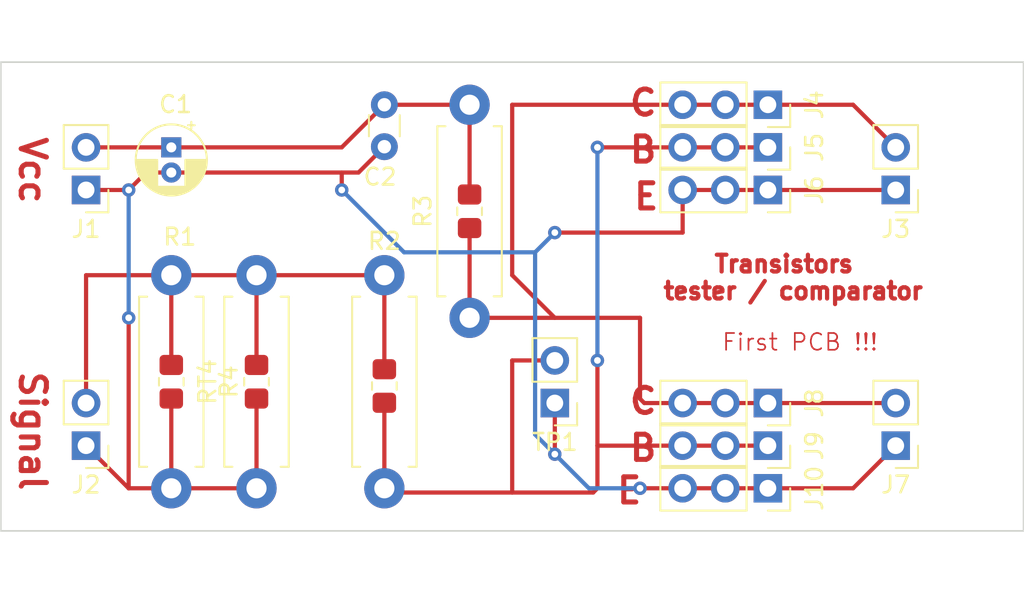
<source format=kicad_pcb>
(kicad_pcb (version 20221018) (generator pcbnew)
  (layers (0 "F.Cu" signal) (31 "B.Cu" signal) (34 "B.Paste" user) (35 "F.Paste" user) (36 "B.SilkS" user "B.Silkscreen") (37 "F.SilkS" user "F.Silkscreen") (38 "B.Mask" user) (39 "F.Mask" user) (44 "Edge.Cuts" user))
  (net 0 "")
  (net 1 "GND")
  (net 2 "Net-(J1-Pin_2)")
  (net 3 "Net-(J2-Pin_2)")
  (net 4 "Net-(J3-Pin_2)")
  (net 5 "Net-(J5-Pin_1)")
  (footprint "Connector_PinSocket_2.54mm:PinSocket_1x03_P2.54mm_Vertical" (layer "F.Cu") (at 96.52 76.2 -90)
    (fp_text reference "J10" (at 0 -2.77 -90) (layer "F.SilkS"))
    (fp_text value "Conn_01x03_Pin")
    (fp_line (start -1.33 1.27) (end -1.33 6.41) (stroke (width 0.12)) (layer "F.SilkS"))
    (fp_line (start -1.33 1.27) (end 1.33 1.27) (stroke (width 0.12)) (layer "F.SilkS"))
    (fp_line (start -1.33 6.41) (end 1.33 6.41) (stroke (width 0.12)) (layer "F.SilkS"))
    (fp_line (start 0 -1.33) (end 1.33 -1.33) (stroke (width 0.12)) (layer "F.SilkS"))
    (fp_line (start 1.33 -1.33) (end 1.33 0) (stroke (width 0.12)) (layer "F.SilkS"))
    (fp_line (start 1.33 1.27) (end 1.33 6.41) (stroke (width 0.12)) (layer "F.SilkS"))
    (pad "1" thru_hole rect (at 0 0 270) (size 1.7 1.7) (drill 1) (layers "*.Cu" "*.Mask") (net 1 "GND"))
    (pad "2" thru_hole oval (at 0 2.54 270) (size 1.7 1.7) (drill 1) (layers "*.Cu" "*.Mask") (net 1 "GND"))
    (pad "3" thru_hole oval (at 0 5.08 270) (size 1.7 1.7) (drill 1) (layers "*.Cu" "*.Mask") (net 1 "GND"))
  )
  (footprint "Capacitor_THT:CP_Radial_D4.0mm_P1.50mm" (layer "F.Cu") (at 60.96 55.88 -90)
    (fp_text reference "C1" (at -2.564 -0.254 -180) (layer "F.SilkS"))
    (fp_text value "2.2uF")
    (fp_line (start -1.519801 -1.195) (end -1.119801 -1.195) (stroke (width 0.12)) (layer "F.SilkS"))
    (fp_line (start -1.319801 -1.395) (end -1.319801 -0.995) (stroke (width 0.12)) (layer "F.SilkS"))
    (fp_line (start 0.75 -2.08) (end 0.75 -0.84) (stroke (width 0.12)) (layer "F.SilkS"))
    (fp_line (start 0.75 0.84) (end 0.75 2.08) (stroke (width 0.12)) (layer "F.SilkS"))
    (fp_line (start 0.79 -2.08) (end 0.79 -0.84) (stroke (width 0.12)) (layer "F.SilkS"))
    (fp_line (start 0.79 0.84) (end 0.79 2.08) (stroke (width 0.12)) (layer "F.SilkS"))
    (fp_line (start 0.83 -2.079) (end 0.83 -0.84) (stroke (width 0.12)) (layer "F.SilkS"))
    (fp_line (start 0.83 0.84) (end 0.83 2.079) (stroke (width 0.12)) (layer "F.SilkS"))
    (fp_line (start 0.87 -2.077) (end 0.87 -0.84) (stroke (width 0.12)) (layer "F.SilkS"))
    (fp_line (start 0.87 0.84) (end 0.87 2.077) (stroke (width 0.12)) (layer "F.SilkS"))
    (fp_line (start 0.91 -2.074) (end 0.91 -0.84) (stroke (width 0.12)) (layer "F.SilkS"))
    (fp_line (start 0.91 0.84) (end 0.91 2.074) (stroke (width 0.12)) (layer "F.SilkS"))
    (fp_line (start 0.95 -2.071) (end 0.95 -0.84) (stroke (width 0.12)) (layer "F.SilkS"))
    (fp_line (start 0.95 0.84) (end 0.95 2.071) (stroke (width 0.12)) (layer "F.SilkS"))
    (fp_line (start 0.99 -2.067) (end 0.99 -0.84) (stroke (width 0.12)) (layer "F.SilkS"))
    (fp_line (start 0.99 0.84) (end 0.99 2.067) (stroke (width 0.12)) (layer "F.SilkS"))
    (fp_line (start 1.03 -2.062) (end 1.03 -0.84) (stroke (width 0.12)) (layer "F.SilkS"))
    (fp_line (start 1.03 0.84) (end 1.03 2.062) (stroke (width 0.12)) (layer "F.SilkS"))
    (fp_line (start 1.07 -2.056) (end 1.07 -0.84) (stroke (width 0.12)) (layer "F.SilkS"))
    (fp_line (start 1.07 0.84) (end 1.07 2.056) (stroke (width 0.12)) (layer "F.SilkS"))
    (fp_line (start 1.11 -2.05) (end 1.11 -0.84) (stroke (width 0.12)) (layer "F.SilkS"))
    (fp_line (start 1.11 0.84) (end 1.11 2.05) (stroke (width 0.12)) (layer "F.SilkS"))
    (fp_line (start 1.15 -2.042) (end 1.15 -0.84) (stroke (width 0.12)) (layer "F.SilkS"))
    (fp_line (start 1.15 0.84) (end 1.15 2.042) (stroke (width 0.12)) (layer "F.SilkS"))
    (fp_line (start 1.19 -2.034) (end 1.19 -0.84) (stroke (width 0.12)) (layer "F.SilkS"))
    (fp_line (start 1.19 0.84) (end 1.19 2.034) (stroke (width 0.12)) (layer "F.SilkS"))
    (fp_line (start 1.23 -2.025) (end 1.23 -0.84) (stroke (width 0.12)) (layer "F.SilkS"))
    (fp_line (start 1.23 0.84) (end 1.23 2.025) (stroke (width 0.12)) (layer "F.SilkS"))
    (fp_line (start 1.27 -2.016) (end 1.27 -0.84) (stroke (width 0.12)) (layer "F.SilkS"))
    (fp_line (start 1.27 0.84) (end 1.27 2.016) (stroke (width 0.12)) (layer "F.SilkS"))
    (fp_line (start 1.31 -2.005) (end 1.31 -0.84) (stroke (width 0.12)) (layer "F.SilkS"))
    (fp_line (start 1.31 0.84) (end 1.31 2.005) (stroke (width 0.12)) (layer "F.SilkS"))
    (fp_line (start 1.35 -1.994) (end 1.35 -0.84) (stroke (width 0.12)) (layer "F.SilkS"))
    (fp_line (start 1.35 0.84) (end 1.35 1.994) (stroke (width 0.12)) (layer "F.SilkS"))
    (fp_line (start 1.39 -1.982) (end 1.39 -0.84) (stroke (width 0.12)) (layer "F.SilkS"))
    (fp_line (start 1.39 0.84) (end 1.39 1.982) (stroke (width 0.12)) (layer "F.SilkS"))
    (fp_line (start 1.43 -1.968) (end 1.43 -0.84) (stroke (width 0.12)) (layer "F.SilkS"))
    (fp_line (start 1.43 0.84) (end 1.43 1.968) (stroke (width 0.12)) (layer "F.SilkS"))
    (fp_line (start 1.471 -1.954) (end 1.471 -0.84) (stroke (width 0.12)) (layer "F.SilkS"))
    (fp_line (start 1.471 0.84) (end 1.471 1.954) (stroke (width 0.12)) (layer "F.SilkS"))
    (fp_line (start 1.511 -1.94) (end 1.511 -0.84) (stroke (width 0.12)) (layer "F.SilkS"))
    (fp_line (start 1.511 0.84) (end 1.511 1.94) (stroke (width 0.12)) (layer "F.SilkS"))
    (fp_line (start 1.551 -1.924) (end 1.551 -0.84) (stroke (width 0.12)) (layer "F.SilkS"))
    (fp_line (start 1.551 0.84) (end 1.551 1.924) (stroke (width 0.12)) (layer "F.SilkS"))
    (fp_line (start 1.591 -1.907) (end 1.591 -0.84) (stroke (width 0.12)) (layer "F.SilkS"))
    (fp_line (start 1.591 0.84) (end 1.591 1.907) (stroke (width 0.12)) (layer "F.SilkS"))
    (fp_line (start 1.631 -1.889) (end 1.631 -0.84) (stroke (width 0.12)) (layer "F.SilkS"))
    (fp_line (start 1.631 0.84) (end 1.631 1.889) (stroke (width 0.12)) (layer "F.SilkS"))
    (fp_line (start 1.671 -1.87) (end 1.671 -0.84) (stroke (width 0.12)) (layer "F.SilkS"))
    (fp_line (start 1.671 0.84) (end 1.671 1.87) (stroke (width 0.12)) (layer "F.SilkS"))
    (fp_line (start 1.711 -1.851) (end 1.711 -0.84) (stroke (width 0.12)) (layer "F.SilkS"))
    (fp_line (start 1.711 0.84) (end 1.711 1.851) (stroke (width 0.12)) (layer "F.SilkS"))
    (fp_line (start 1.751 -1.83) (end 1.751 -0.84) (stroke (width 0.12)) (layer "F.SilkS"))
    (fp_line (start 1.751 0.84) (end 1.751 1.83) (stroke (width 0.12)) (layer "F.SilkS"))
    (fp_line (start 1.791 -1.808) (end 1.791 -0.84) (stroke (width 0.12)) (layer "F.SilkS"))
    (fp_line (start 1.791 0.84) (end 1.791 1.808) (stroke (width 0.12)) (layer "F.SilkS"))
    (fp_line (start 1.831 -1.785) (end 1.831 -0.84) (stroke (width 0.12)) (layer "F.SilkS"))
    (fp_line (start 1.831 0.84) (end 1.831 1.785) (stroke (width 0.12)) (layer "F.SilkS"))
    (fp_line (start 1.871 -1.76) (end 1.871 -0.84) (stroke (width 0.12)) (layer "F.SilkS"))
    (fp_line (start 1.871 0.84) (end 1.871 1.76) (stroke (width 0.12)) (layer "F.SilkS"))
    (fp_line (start 1.911 -1.735) (end 1.911 -0.84) (stroke (width 0.12)) (layer "F.SilkS"))
    (fp_line (start 1.911 0.84) (end 1.911 1.735) (stroke (width 0.12)) (layer "F.SilkS"))
    (fp_line (start 1.951 -1.708) (end 1.951 -0.84) (stroke (width 0.12)) (layer "F.SilkS"))
    (fp_line (start 1.951 0.84) (end 1.951 1.708) (stroke (width 0.12)) (layer "F.SilkS"))
    (fp_line (start 1.991 -1.68) (end 1.991 -0.84) (stroke (width 0.12)) (layer "F.SilkS"))
    (fp_line (start 1.991 0.84) (end 1.991 1.68) (stroke (width 0.12)) (layer "F.SilkS"))
    (fp_line (start 2.031 -1.65) (end 2.031 -0.84) (stroke (width 0.12)) (layer "F.SilkS"))
    (fp_line (start 2.031 0.84) (end 2.031 1.65) (stroke (width 0.12)) (layer "F.SilkS"))
    (fp_line (start 2.071 -1.619) (end 2.071 -0.84) (stroke (width 0.12)) (layer "F.SilkS"))
    (fp_line (start 2.071 0.84) (end 2.071 1.619) (stroke (width 0.12)) (layer "F.SilkS"))
    (fp_line (start 2.111 -1.587) (end 2.111 -0.84) (stroke (width 0.12)) (layer "F.SilkS"))
    (fp_line (start 2.111 0.84) (end 2.111 1.587) (stroke (width 0.12)) (layer "F.SilkS"))
    (fp_line (start 2.151 -1.552) (end 2.151 -0.84) (stroke (width 0.12)) (layer "F.SilkS"))
    (fp_line (start 2.151 0.84) (end 2.151 1.552) (stroke (width 0.12)) (layer "F.SilkS"))
    (fp_line (start 2.191 -1.516) (end 2.191 -0.84) (stroke (width 0.12)) (layer "F.SilkS"))
    (fp_line (start 2.191 0.84) (end 2.191 1.516) (stroke (width 0.12)) (layer "F.SilkS"))
    (fp_line (start 2.231 -1.478) (end 2.231 -0.84) (stroke (width 0.12)) (layer "F.SilkS"))
    (fp_line (start 2.231 0.84) (end 2.231 1.478) (stroke (width 0.12)) (layer "F.SilkS"))
    (fp_line (start 2.271 -1.438) (end 2.271 -0.84) (stroke (width 0.12)) (layer "F.SilkS"))
    (fp_line (start 2.271 0.84) (end 2.271 1.438) (stroke (width 0.12)) (layer "F.SilkS"))
    (fp_line (start 2.311 -1.396) (end 2.311 -0.84) (stroke (width 0.12)) (layer "F.SilkS"))
    (fp_line (start 2.311 0.84) (end 2.311 1.396) (stroke (width 0.12)) (layer "F.SilkS"))
    (fp_line (start 2.351 -1.351) (end 2.351 1.351) (stroke (width 0.12)) (layer "F.SilkS"))
    (fp_line (start 2.391 -1.304) (end 2.391 1.304) (stroke (width 0.12)) (layer "F.SilkS"))
    (fp_line (start 2.431 -1.254) (end 2.431 1.254) (stroke (width 0.12)) (layer "F.SilkS"))
    (fp_line (start 2.471 -1.2) (end 2.471 1.2) (stroke (width 0.12)) (layer "F.SilkS"))
    (fp_line (start 2.511 -1.142) (end 2.511 1.142) (stroke (width 0.12)) (layer "F.SilkS"))
    (fp_line (start 2.551 -1.08) (end 2.551 1.08) (stroke (width 0.12)) (layer "F.SilkS"))
    (fp_line (start 2.591 -1.013) (end 2.591 1.013) (stroke (width 0.12)) (layer "F.SilkS"))
    (fp_line (start 2.631 -0.94) (end 2.631 0.94) (stroke (width 0.12)) (layer "F.SilkS"))
    (fp_line (start 2.671 -0.859) (end 2.671 0.859) (stroke (width 0.12)) (layer "F.SilkS"))
    (fp_line (start 2.711 -0.768) (end 2.711 0.768) (stroke (width 0.12)) (layer "F.SilkS"))
    (fp_line (start 2.751 -0.664) (end 2.751 0.664) (stroke (width 0.12)) (layer "F.SilkS"))
    (fp_line (start 2.791 -0.537) (end 2.791 0.537) (stroke (width 0.12)) (layer "F.SilkS"))
    (fp_line (start 2.831 -0.37) (end 2.831 0.37) (stroke (width 0.12)) (layer "F.SilkS"))
    (fp_circle (center 0.75 0) (end 2.87 0) (stroke (width 0.12)) (fill none) (layer "F.SilkS"))
    (pad "1" thru_hole rect (at 0 0 270) (size 1.2 1.2) (drill 0.6) (layers "*.Cu" "*.Mask") (net 2 "Net-(J1-Pin_2)"))
    (pad "2" thru_hole circle (at 1.5 0 270) (size 1.2 1.2) (drill 0.6) (layers "*.Cu" "*.Mask") (net 1 "GND"))
  )
  (footprint "Resistor_SMD:R_0805_2012Metric_Pad1.20x1.40mm_HandSolder" (layer "F.Cu") (at 78.74 59.69 90)
    (fp_text reference "R3" (at 0 -2.794 90) (layer "F.SilkS"))
    (fp_text value "220" hide)
    (fp_line (start -0.227064 -0.735) (end 0.227064 -0.735) (stroke (width 0.12)) (layer "F.SilkS"))
    (fp_line (start -0.227064 0.735) (end 0.227064 0.735) (stroke (width 0.12)) (layer "F.SilkS"))
    (pad "1" smd roundrect (at -1 0 90) (size 1.2 1.4) (layers "F.Cu" "F.Paste" "F.Mask") (roundrect_rratio 0.208333) (net 4 "Net-(J3-Pin_2)"))
    (pad "2" smd roundrect (at 1 0 90) (size 1.2 1.4) (layers "F.Cu" "F.Paste" "F.Mask") (roundrect_rratio 0.208333) (net 2 "Net-(J1-Pin_2)"))
  )
  (footprint "Connector_PinSocket_2.54mm:PinSocket_1x03_P2.54mm_Vertical" (layer "F.Cu") (at 96.52 55.88 -90)
    (fp_text reference "J5" (at 0 -2.77 -90) (layer "F.SilkS"))
    (fp_text value "Conn_01x03_Pin")
    (fp_line (start -1.33 1.27) (end -1.33 6.41) (stroke (width 0.12)) (layer "F.SilkS"))
    (fp_line (start -1.33 1.27) (end 1.33 1.27) (stroke (width 0.12)) (layer "F.SilkS"))
    (fp_line (start -1.33 6.41) (end 1.33 6.41) (stroke (width 0.12)) (layer "F.SilkS"))
    (fp_line (start 0 -1.33) (end 1.33 -1.33) (stroke (width 0.12)) (layer "F.SilkS"))
    (fp_line (start 1.33 -1.33) (end 1.33 0) (stroke (width 0.12)) (layer "F.SilkS"))
    (fp_line (start 1.33 1.27) (end 1.33 6.41) (stroke (width 0.12)) (layer "F.SilkS"))
    (pad "1" thru_hole rect (at 0 0 270) (size 1.7 1.7) (drill 1) (layers "*.Cu" "*.Mask") (net 5 "Net-(J5-Pin_1)"))
    (pad "2" thru_hole oval (at 0 2.54 270) (size 1.7 1.7) (drill 1) (layers "*.Cu" "*.Mask") (net 5 "Net-(J5-Pin_1)"))
    (pad "3" thru_hole oval (at 0 5.08 270) (size 1.7 1.7) (drill 1) (layers "*.Cu" "*.Mask") (net 5 "Net-(J5-Pin_1)"))
  )
  (footprint "Connector_PinSocket_2.54mm:PinSocket_1x03_P2.54mm_Vertical" (layer "F.Cu") (at 96.52 53.34 -90)
    (fp_text reference "J4" (at 0 -2.77 -90) (layer "F.SilkS"))
    (fp_text value "Conn_01x03_Pin")
    (fp_line (start -1.33 1.27) (end -1.33 6.41) (stroke (width 0.12)) (layer "F.SilkS"))
    (fp_line (start -1.33 1.27) (end 1.33 1.27) (stroke (width 0.12)) (layer "F.SilkS"))
    (fp_line (start -1.33 6.41) (end 1.33 6.41) (stroke (width 0.12)) (layer "F.SilkS"))
    (fp_line (start 0 -1.33) (end 1.33 -1.33) (stroke (width 0.12)) (layer "F.SilkS"))
    (fp_line (start 1.33 -1.33) (end 1.33 0) (stroke (width 0.12)) (layer "F.SilkS"))
    (fp_line (start 1.33 1.27) (end 1.33 6.41) (stroke (width 0.12)) (layer "F.SilkS"))
    (pad "1" thru_hole rect (at 0 0 270) (size 1.7 1.7) (drill 1) (layers "*.Cu" "*.Mask") (net 4 "Net-(J3-Pin_2)"))
    (pad "2" thru_hole oval (at 0 2.54 270) (size 1.7 1.7) (drill 1) (layers "*.Cu" "*.Mask") (net 4 "Net-(J3-Pin_2)"))
    (pad "3" thru_hole oval (at 0 5.08 270) (size 1.7 1.7) (drill 1) (layers "*.Cu" "*.Mask") (net 4 "Net-(J3-Pin_2)"))
  )
  (footprint "Capacitor_THT:C_Disc_D3.0mm_W1.6mm_P2.50mm" (layer "F.Cu") (at 73.66 55.84 90)
    (fp_text reference "C2" (at -1.798 -0.254) (layer "F.SilkS"))
    (fp_text value "1n")
    (fp_line (start 0.621 -0.92) (end 1.879 -0.92) (stroke (width 0.12)) (layer "F.SilkS"))
    (fp_line (start 0.621 0.92) (end 1.879 0.92) (stroke (width 0.12)) (layer "F.SilkS"))
    (pad "1" thru_hole circle (at 0 0 90) (size 1.6 1.6) (drill 0.8) (layers "*.Cu" "*.Mask") (net 1 "GND"))
    (pad "2" thru_hole circle (at 2.5 0 90) (size 1.6 1.6) (drill 0.8) (layers "*.Cu" "*.Mask") (net 2 "Net-(J1-Pin_2)"))
  )
  (footprint "Connector_PinHeader_2.54mm:PinHeader_1x02_P2.54mm_Vertical" (layer "F.Cu") (at 104.14 58.42 180)
    (fp_text reference "J3" (at 0 -2.33) (layer "F.SilkS"))
    (fp_text value "Conn_01x02")
    (fp_line (start -1.33 -1.33) (end 0 -1.33) (stroke (width 0.12)) (layer "F.SilkS"))
    (fp_line (start -1.33 0) (end -1.33 -1.33) (stroke (width 0.12)) (layer "F.SilkS"))
    (fp_line (start -1.33 1.27) (end -1.33 3.87) (stroke (width 0.12)) (layer "F.SilkS"))
    (fp_line (start -1.33 1.27) (end 1.33 1.27) (stroke (width 0.12)) (layer "F.SilkS"))
    (fp_line (start -1.33 3.87) (end 1.33 3.87) (stroke (width 0.12)) (layer "F.SilkS"))
    (fp_line (start 1.33 1.27) (end 1.33 3.87) (stroke (width 0.12)) (layer "F.SilkS"))
    (pad "1" thru_hole rect (at 0 0 180) (size 1.7 1.7) (drill 1) (layers "*.Cu" "*.Mask") (net 1 "GND"))
    (pad "2" thru_hole oval (at 0 2.54 180) (size 1.7 1.7) (drill 1) (layers "*.Cu" "*.Mask") (net 4 "Net-(J3-Pin_2)"))
  )
  (footprint "Resistor_THT:R_Axial_DIN0411_L9.9mm_D3.6mm_P12.70mm_Horizontal" (layer "F.Cu") (at 73.66 76.2 90)
    (fp_text reference "RT2" hide)
    (fp_text value "1.2k")
    (fp_line (start 1.28 -1.92) (end 11.42 -1.92) (stroke (width 0.12)) (layer "F.SilkS"))
    (fp_line (start 1.28 -1.44) (end 1.28 -1.92) (stroke (width 0.12)) (layer "F.SilkS"))
    (fp_line (start 1.28 1.44) (end 1.28 1.92) (stroke (width 0.12)) (layer "F.SilkS"))
    (fp_line (start 1.28 1.92) (end 11.42 1.92) (stroke (width 0.12)) (layer "F.SilkS"))
    (fp_line (start 11.42 -1.92) (end 11.42 -1.44) (stroke (width 0.12)) (layer "F.SilkS"))
    (fp_line (start 11.42 1.92) (end 11.42 1.44) (stroke (width 0.12)) (layer "F.SilkS"))
    (pad "1" thru_hole circle (at 0 0 90) (size 2.4 2.4) (drill 1.2) (layers "*.Cu" "*.Mask") (net 5 "Net-(J5-Pin_1)"))
    (pad "2" thru_hole oval (at 12.7 0 90) (size 2.4 2.4) (drill 1.2) (layers "*.Cu" "*.Mask") (net 3 "Net-(J2-Pin_2)"))
  )
  (footprint "Connector_PinHeader_2.54mm:PinHeader_1x02_P2.54mm_Vertical" (layer "F.Cu") (at 83.82 71.12 180)
    (fp_text reference "TP1" (at 0 -2.33) (layer "F.SilkS"))
    (fp_text value "TestPoint_2Pole")
    (fp_line (start -1.33 -1.33) (end 0 -1.33) (stroke (width 0.12)) (layer "F.SilkS"))
    (fp_line (start -1.33 0) (end -1.33 -1.33) (stroke (width 0.12)) (layer "F.SilkS"))
    (fp_line (start -1.33 1.27) (end -1.33 3.87) (stroke (width 0.12)) (layer "F.SilkS"))
    (fp_line (start -1.33 1.27) (end 1.33 1.27) (stroke (width 0.12)) (layer "F.SilkS"))
    (fp_line (start -1.33 3.87) (end 1.33 3.87) (stroke (width 0.12)) (layer "F.SilkS"))
    (fp_line (start 1.33 1.27) (end 1.33 3.87) (stroke (width 0.12)) (layer "F.SilkS"))
    (pad "1" thru_hole rect (at 0 0 180) (size 1.7 1.7) (drill 1) (layers "*.Cu" "*.Mask") (net 1 "GND"))
    (pad "2" thru_hole oval (at 0 2.54 180) (size 1.7 1.7) (drill 1) (layers "*.Cu" "*.Mask") (net 5 "Net-(J5-Pin_1)"))
  )
  (footprint "Resistor_THT:R_Axial_DIN0411_L9.9mm_D3.6mm_P12.70mm_Horizontal" (layer "F.Cu") (at 66.04 76.2 90)
    (fp_text reference "RT4" (at 6.35 -2.92 90) (layer "F.SilkS"))
    (fp_text value "100")
    (fp_line (start 1.28 -1.92) (end 11.42 -1.92) (stroke (width 0.12)) (layer "F.SilkS"))
    (fp_line (start 1.28 -1.44) (end 1.28 -1.92) (stroke (width 0.12)) (layer "F.SilkS"))
    (fp_line (start 1.28 1.44) (end 1.28 1.92) (stroke (width 0.12)) (layer "F.SilkS"))
    (fp_line (start 1.28 1.92) (end 11.42 1.92) (stroke (width 0.12)) (layer "F.SilkS"))
    (fp_line (start 11.42 -1.92) (end 11.42 -1.44) (stroke (width 0.12)) (layer "F.SilkS"))
    (fp_line (start 11.42 1.92) (end 11.42 1.44) (stroke (width 0.12)) (layer "F.SilkS"))
    (pad "1" thru_hole circle (at 0 0 90) (size 2.4 2.4) (drill 1.2) (layers "*.Cu" "*.Mask") (net 1 "GND"))
    (pad "2" thru_hole oval (at 12.7 0 90) (size 2.4 2.4) (drill 1.2) (layers "*.Cu" "*.Mask") (net 3 "Net-(J2-Pin_2)"))
  )
  (footprint "Connector_PinSocket_2.54mm:PinSocket_1x03_P2.54mm_Vertical" (layer "F.Cu") (at 96.52 73.66 -90)
    (fp_text reference "J9" (at 0 -2.77 -90) (layer "F.SilkS"))
    (fp_text value "Conn_01x03_Pin")
    (fp_line (start -1.33 1.27) (end -1.33 6.41) (stroke (width 0.12)) (layer "F.SilkS"))
    (fp_line (start -1.33 1.27) (end 1.33 1.27) (stroke (width 0.12)) (layer "F.SilkS"))
    (fp_line (start -1.33 6.41) (end 1.33 6.41) (stroke (width 0.12)) (layer "F.SilkS"))
    (fp_line (start 0 -1.33) (end 1.33 -1.33) (stroke (width 0.12)) (layer "F.SilkS"))
    (fp_line (start 1.33 -1.33) (end 1.33 0) (stroke (width 0.12)) (layer "F.SilkS"))
    (fp_line (start 1.33 1.27) (end 1.33 6.41) (stroke (width 0.12)) (layer "F.SilkS"))
    (pad "1" thru_hole rect (at 0 0 270) (size 1.7 1.7) (drill 1) (layers "*.Cu" "*.Mask") (net 5 "Net-(J5-Pin_1)"))
    (pad "2" thru_hole oval (at 0 2.54 270) (size 1.7 1.7) (drill 1) (layers "*.Cu" "*.Mask") (net 5 "Net-(J5-Pin_1)"))
    (pad "3" thru_hole oval (at 0 5.08 270) (size 1.7 1.7) (drill 1) (layers "*.Cu" "*.Mask") (net 5 "Net-(J5-Pin_1)"))
  )
  (footprint "Resistor_THT:R_Axial_DIN0411_L9.9mm_D3.6mm_P12.70mm_Horizontal" (layer "F.Cu") (at 60.96 76.2 90)
    (fp_text reference "RT1" hide)
    (fp_text value "100" hide)
    (fp_line (start 1.28 -1.92) (end 11.42 -1.92) (stroke (width 0.12)) (layer "F.SilkS"))
    (fp_line (start 1.28 -1.44) (end 1.28 -1.92) (stroke (width 0.12)) (layer "F.SilkS"))
    (fp_line (start 1.28 1.44) (end 1.28 1.92) (stroke (width 0.12)) (layer "F.SilkS"))
    (fp_line (start 1.28 1.92) (end 11.42 1.92) (stroke (width 0.12)) (layer "F.SilkS"))
    (fp_line (start 11.42 -1.92) (end 11.42 -1.44) (stroke (width 0.12)) (layer "F.SilkS"))
    (fp_line (start 11.42 1.92) (end 11.42 1.44) (stroke (width 0.12)) (layer "F.SilkS"))
    (pad "1" thru_hole circle (at 0 0 90) (size 2.4 2.4) (drill 1.2) (layers "*.Cu" "*.Mask") (net 1 "GND"))
    (pad "2" thru_hole oval (at 12.7 0 90) (size 2.4 2.4) (drill 1.2) (layers "*.Cu" "*.Mask") (net 3 "Net-(J2-Pin_2)"))
  )
  (footprint "Resistor_THT:R_Axial_DIN0411_L9.9mm_D3.6mm_P12.70mm_Horizontal" (layer "F.Cu") (at 78.74 66.04 90)
    (fp_text reference "RT3" hide)
    (fp_text value "220")
    (fp_line (start 1.28 -1.92) (end 11.42 -1.92) (stroke (width 0.12)) (layer "F.SilkS"))
    (fp_line (start 1.28 -1.44) (end 1.28 -1.92) (stroke (width 0.12)) (layer "F.SilkS"))
    (fp_line (start 1.28 1.44) (end 1.28 1.92) (stroke (width 0.12)) (layer "F.SilkS"))
    (fp_line (start 1.28 1.92) (end 11.42 1.92) (stroke (width 0.12)) (layer "F.SilkS"))
    (fp_line (start 11.42 -1.92) (end 11.42 -1.44) (stroke (width 0.12)) (layer "F.SilkS"))
    (fp_line (start 11.42 1.92) (end 11.42 1.44) (stroke (width 0.12)) (layer "F.SilkS"))
    (pad "1" thru_hole circle (at 0 0 90) (size 2.4 2.4) (drill 1.2) (layers "*.Cu" "*.Mask") (net 4 "Net-(J3-Pin_2)"))
    (pad "2" thru_hole oval (at 12.7 0 90) (size 2.4 2.4) (drill 1.2) (layers "*.Cu" "*.Mask") (net 2 "Net-(J1-Pin_2)"))
  )
  (footprint "Connector_PinHeader_2.54mm:PinHeader_1x02_P2.54mm_Vertical" (layer "F.Cu") (at 55.88 73.66 180)
    (fp_text reference "J2" (at 0 -2.33) (layer "F.SilkS"))
    (fp_text value "Conn_01x02")
    (fp_line (start -1.33 -1.33) (end 0 -1.33) (stroke (width 0.12)) (layer "F.SilkS"))
    (fp_line (start -1.33 0) (end -1.33 -1.33) (stroke (width 0.12)) (layer "F.SilkS"))
    (fp_line (start -1.33 1.27) (end -1.33 3.87) (stroke (width 0.12)) (layer "F.SilkS"))
    (fp_line (start -1.33 1.27) (end 1.33 1.27) (stroke (width 0.12)) (layer "F.SilkS"))
    (fp_line (start -1.33 3.87) (end 1.33 3.87) (stroke (width 0.12)) (layer "F.SilkS"))
    (fp_line (start 1.33 1.27) (end 1.33 3.87) (stroke (width 0.12)) (layer "F.SilkS"))
    (pad "1" thru_hole rect (at 0 0 180) (size 1.7 1.7) (drill 1) (layers "*.Cu" "*.Mask") (net 1 "GND"))
    (pad "2" thru_hole oval (at 0 2.54 180) (size 1.7 1.7) (drill 1) (layers "*.Cu" "*.Mask") (net 3 "Net-(J2-Pin_2)"))
  )
  (footprint "Connector_PinSocket_2.54mm:PinSocket_1x03_P2.54mm_Vertical" (layer "F.Cu") (at 96.52 71.12 -90)
    (fp_text reference "J8" (at 0 -2.77 -90) (layer "F.SilkS"))
    (fp_text value "Conn_01x03_Pin")
    (fp_line (start -1.33 1.27) (end -1.33 6.41) (stroke (width 0.12)) (layer "F.SilkS"))
    (fp_line (start -1.33 1.27) (end 1.33 1.27) (stroke (width 0.12)) (layer "F.SilkS"))
    (fp_line (start -1.33 6.41) (end 1.33 6.41) (stroke (width 0.12)) (layer "F.SilkS"))
    (fp_line (start 0 -1.33) (end 1.33 -1.33) (stroke (width 0.12)) (layer "F.SilkS"))
    (fp_line (start 1.33 -1.33) (end 1.33 0) (stroke (width 0.12)) (layer "F.SilkS"))
    (fp_line (start 1.33 1.27) (end 1.33 6.41) (stroke (width 0.12)) (layer "F.SilkS"))
    (pad "1" thru_hole rect (at 0 0 270) (size 1.7 1.7) (drill 1) (layers "*.Cu" "*.Mask") (net 4 "Net-(J3-Pin_2)"))
    (pad "2" thru_hole oval (at 0 2.54 270) (size 1.7 1.7) (drill 1) (layers "*.Cu" "*.Mask") (net 4 "Net-(J3-Pin_2)"))
    (pad "3" thru_hole oval (at 0 5.08 270) (size 1.7 1.7) (drill 1) (layers "*.Cu" "*.Mask") (net 4 "Net-(J3-Pin_2)"))
  )
  (footprint "Resistor_SMD:R_0805_2012Metric_Pad1.20x1.40mm_HandSolder" (layer "F.Cu") (at 60.96 69.85 90)
    (fp_text reference "R1" (at 8.636 0.508) (layer "F.SilkS"))
    (fp_text value "100")
    (fp_line (start -0.227064 -0.735) (end 0.227064 -0.735) (stroke (width 0.12)) (layer "F.SilkS"))
    (fp_line (start -0.227064 0.735) (end 0.227064 0.735) (stroke (width 0.12)) (layer "F.SilkS"))
    (pad "1" smd roundrect (at -1 0 90) (size 1.2 1.4) (layers "F.Cu" "F.Paste" "F.Mask") (roundrect_rratio 0.208333) (net 1 "GND"))
    (pad "2" smd roundrect (at 1 0 90) (size 1.2 1.4) (layers "F.Cu" "F.Paste" "F.Mask") (roundrect_rratio 0.208333) (net 3 "Net-(J2-Pin_2)"))
  )
  (footprint "Resistor_SMD:R_0805_2012Metric_Pad1.20x1.40mm_HandSolder" (layer "F.Cu") (at 66.04 69.85 90)
    (fp_text reference "R4" (at 0 -1.65 90) (layer "F.SilkS"))
    (fp_text value "100")
    (fp_line (start -0.227064 -0.735) (end 0.227064 -0.735) (stroke (width 0.12)) (layer "F.SilkS"))
    (fp_line (start -0.227064 0.735) (end 0.227064 0.735) (stroke (width 0.12)) (layer "F.SilkS"))
    (pad "1" smd roundrect (at -1 0 90) (size 1.2 1.4) (layers "F.Cu" "F.Paste" "F.Mask") (roundrect_rratio 0.208333) (net 1 "GND"))
    (pad "2" smd roundrect (at 1 0 90) (size 1.2 1.4) (layers "F.Cu" "F.Paste" "F.Mask") (roundrect_rratio 0.208333) (net 3 "Net-(J2-Pin_2)"))
  )
  (footprint "Resistor_SMD:R_0805_2012Metric_Pad1.20x1.40mm_HandSolder" (layer "F.Cu") (at 73.66 70.104 -90)
    (fp_text reference "R2" (at -8.636 0) (layer "F.SilkS"))
    (fp_text value "1.2k" hide)
    (fp_line (start -0.227064 -0.735) (end 0.227064 -0.735) (stroke (width 0.12)) (layer "F.SilkS"))
    (fp_line (start -0.227064 0.735) (end 0.227064 0.735) (stroke (width 0.12)) (layer "F.SilkS"))
    (pad "1" smd roundrect (at -1 0 270) (size 1.2 1.4) (layers "F.Cu" "F.Paste" "F.Mask") (roundrect_rratio 0.208333) (net 3 "Net-(J2-Pin_2)"))
    (pad "2" smd roundrect (at 1 0 270) (size 1.2 1.4) (layers "F.Cu" "F.Paste" "F.Mask") (roundrect_rratio 0.208333) (net 5 "Net-(J5-Pin_1)"))
  )
  (footprint "Connector_PinHeader_2.54mm:PinHeader_1x02_P2.54mm_Vertical" (layer "F.Cu") (at 104.14 73.66 180)
    (fp_text reference "J7" (at 0 -2.33) (layer "F.SilkS"))
    (fp_text value "Conn_01x02")
    (fp_line (start -1.33 -1.33) (end 0 -1.33) (stroke (width 0.12)) (layer "F.SilkS"))
    (fp_line (start -1.33 0) (end -1.33 -1.33) (stroke (width 0.12)) (layer "F.SilkS"))
    (fp_line (start -1.33 1.27) (end -1.33 3.87) (stroke (width 0.12)) (layer "F.SilkS"))
    (fp_line (start -1.33 1.27) (end 1.33 1.27) (stroke (width 0.12)) (layer "F.SilkS"))
    (fp_line (start -1.33 3.87) (end 1.33 3.87) (stroke (width 0.12)) (layer "F.SilkS"))
    (fp_line (start 1.33 1.27) (end 1.33 3.87) (stroke (width 0.12)) (layer "F.SilkS"))
    (pad "1" thru_hole rect (at 0 0 180) (size 1.7 1.7) (drill 1) (layers "*.Cu" "*.Mask") (net 1 "GND"))
    (pad "2" thru_hole oval (at 0 2.54 180) (size 1.7 1.7) (drill 1) (layers "*.Cu" "*.Mask") (net 4 "Net-(J3-Pin_2)"))
  )
  (footprint "Connector_PinHeader_2.54mm:PinHeader_1x02_P2.54mm_Vertical" (layer "F.Cu") (at 55.88 58.42 180)
    (fp_text reference "J1" (at 0 -2.33) (layer "F.SilkS"))
    (fp_text value "Conn_01x02")
    (fp_line (start -1.33 -1.33) (end 0 -1.33) (stroke (width 0.12)) (layer "F.SilkS"))
    (fp_line (start -1.33 0) (end -1.33 -1.33) (stroke (width 0.12)) (layer "F.SilkS"))
    (fp_line (start -1.33 1.27) (end -1.33 3.87) (stroke (width 0.12)) (layer "F.SilkS"))
    (fp_line (start -1.33 1.27) (end 1.33 1.27) (stroke (width 0.12)) (layer "F.SilkS"))
    (fp_line (start -1.33 3.87) (end 1.33 3.87) (stroke (width 0.12)) (layer "F.SilkS"))
    (fp_line (start 1.33 1.27) (end 1.33 3.87) (stroke (width 0.12)) (layer "F.SilkS"))
    (pad "1" thru_hole rect (at 0 0 180) (size 1.7 1.7) (drill 1) (layers "*.Cu" "*.Mask") (net 1 "GND"))
    (pad "2" thru_hole oval (at 0 2.54 180) (size 1.7 1.7) (drill 1) (layers "*.Cu" "*.Mask") (net 2 "Net-(J1-Pin_2)"))
  )
  (footprint "Connector_PinSocket_2.54mm:PinSocket_1x03_P2.54mm_Vertical" (layer "F.Cu") (at 96.52 58.42 -90)
    (fp_text reference "J6" (at 0 -2.77 -90) (layer "F.SilkS"))
    (fp_text value "Conn_01x03_Pin")
    (fp_line (start -1.33 1.27) (end -1.33 6.41) (stroke (width 0.12)) (layer "F.SilkS"))
    (fp_line (start -1.33 1.27) (end 1.33 1.27) (stroke (width 0.12)) (layer "F.SilkS"))
    (fp_line (start -1.33 6.41) (end 1.33 6.41) (stroke (width 0.12)) (layer "F.SilkS"))
    (fp_line (start 0 -1.33) (end 1.33 -1.33) (stroke (width 0.12)) (layer "F.SilkS"))
    (fp_line (start 1.33 -1.33) (end 1.33 0) (stroke (width 0.12)) (layer "F.SilkS"))
    (fp_line (start 1.33 1.27) (end 1.33 6.41) (stroke (width 0.12)) (layer "F.SilkS"))
    (pad "1" thru_hole rect (at 0 0 270) (size 1.7 1.7) (drill 1) (layers "*.Cu" "*.Mask") (net 1 "GND"))
    (pad "2" thru_hole oval (at 0 2.54 270) (size 1.7 1.7) (drill 1) (layers "*.Cu" "*.Mask") (net 1 "GND"))
    (pad "3" thru_hole oval (at 0 5.08 270) (size 1.7 1.7) (drill 1) (layers "*.Cu" "*.Mask") (net 1 "GND"))
  )
  (gr_rect (start 50.8 50.8) (end 111.76 78.74) (stroke (width 0.1)) (fill none) (layer "Edge.Cuts"))
  (gr_text "C" (at 88.138 54.102) (layer "F.Cu") (effects (font (size 1.5 1.5) (thickness 0.3) bold) (justify left bottom)))
  (gr_text "B" (at 88.138 74.676) (layer "F.Cu") (effects (font (size 1.5 1.5) (thickness 0.3) bold) (justify left bottom)))
  (gr_text "E" (at 87.376 77.216) (layer "F.Cu") (effects (font (size 1.5 1.5) (thickness 0.3) bold) (justify left bottom)))
  (gr_text "C" (at 88.138 71.882) (layer "F.Cu") (effects (font (size 1.5 1.5) (thickness 0.3) bold) (justify left bottom)))
  (gr_text "    Transistors\ntester / comparator" (at 90.17 65.024) (layer "F.Cu") (effects (font (size 1 1) (thickness 0.25) bold) (justify left bottom)))
  (gr_text "Vcc" (at 51.816 55.118 -90) (layer "F.Cu") (effects (font (size 1.5 1.5) (thickness 0.3) bold) (justify left bottom)))
  (gr_text "Signal" (at 51.816 69.088 -90) (layer "F.Cu") (effects (font (size 1.5 1.5) (thickness 0.3) bold) (justify left bottom)))
  (gr_text "B" (at 88.138 56.896) (layer "F.Cu") (effects (font (size 1.5 1.5) (thickness 0.3) bold) (justify left bottom)))
  (gr_text "First PCB !!!" (at 93.726 68.072) (layer "F.Cu") (effects (font (size 1 1) (thickness 0.1)) (justify left bottom)))
  (gr_text "E" (at 88.392 59.69) (layer "F.Cu") (effects (font (size 1.5 1.5) (thickness 0.3) bold) (justify left bottom)))
  (segment (start 96.52 58.42) (end 93.98 58.42) (width 0.25) (layer "F.Cu") (net 1))
  (segment (start 93.98 76.2) (end 96.52 76.2) (width 0.25) (layer "F.Cu") (net 1))
  (segment (start 60.96 70.85) (end 60.96 76.2) (width 0.25) (layer "F.Cu") (net 1))
  (segment (start 72.12 57.38) (end 71.12 57.38) (width 0.25) (layer "F.Cu") (net 1))
  (segment (start 71.12 57.38) (end 60.96 57.38) (width 0.25) (layer "F.Cu") (net 1))
  (segment (start 101.6 76.2) (end 104.14 73.66) (width 0.25) (layer "F.Cu") (net 1))
  (segment (start 96.52 58.42) (end 104.14 58.42) (width 0.25) (layer "F.Cu") (net 1))
  (segment (start 91.44 60.96) (end 83.82 60.96) (width 0.25) (layer "F.Cu") (net 1))
  (segment (start 58.42 76.2) (end 58.42 66.04) (width 0.25) (layer "F.Cu") (net 1))
  (segment (start 91.44 76.2) (end 93.98 76.2) (width 0.25) (layer "F.Cu") (net 1))
  (segment (start 83.82 71.12) (end 83.82 74.168) (width 0.25) (layer "F.Cu") (net 1))
  (segment (start 93.98 58.42) (end 91.44 58.42) (width 0.25) (layer "F.Cu") (net 1))
  (segment (start 60.96 57.38) (end 59.46 57.38) (width 0.25) (layer "F.Cu") (net 1))
  (segment (start 60.96 76.2) (end 66.04 76.2) (width 0.25) (layer "F.Cu") (net 1))
  (segment (start 66.04 76.2) (end 66.04 70.85) (width 0.25) (layer "F.Cu") (net 1))
  (segment (start 55.88 58.42) (end 58.42 58.42) (width 0.25) (layer "F.Cu") (net 1))
  (segment (start 73.66 55.84) (end 72.12 57.38) (width 0.25) (layer "F.Cu") (net 1))
  (segment (start 55.88 73.66) (end 58.42 76.2) (width 0.25) (layer "F.Cu") (net 1))
  (segment (start 91.44 76.2) (end 88.9 76.2) (width 0.25) (layer "F.Cu") (net 1))
  (segment (start 59.46 57.38) (end 58.42 58.42) (width 0.25) (layer "F.Cu") (net 1))
  (segment (start 91.44 58.42) (end 91.44 60.96) (width 0.25) (layer "F.Cu") (net 1))
  (segment (start 58.42 76.2) (end 60.96 76.2) (width 0.25) (layer "F.Cu") (net 1))
  (segment (start 71.12 57.38) (end 71.12 58.42) (width 0.25) (layer "F.Cu") (net 1))
  (segment (start 96.52 76.2) (end 101.6 76.2) (width 0.25) (layer "F.Cu") (net 1))
  (via (at 58.42 66.04) (size 0.8) (drill 0.4) (layers "F.Cu" "B.Cu") (net 1))
  (via (at 83.82 74.168) (size 0.8) (drill 0.4) (layers "F.Cu" "B.Cu") (net 1))
  (via (at 71.12 58.42) (size 0.8) (drill 0.4) (layers "F.Cu" "B.Cu") (net 1))
  (via (at 88.9 76.2) (size 0.8) (drill 0.4) (layers "F.Cu" "B.Cu") (net 1))
  (via (at 83.82 60.96) (size 0.8) (drill 0.4) (layers "F.Cu" "B.Cu") (net 1))
  (via (at 58.42 58.42) (size 0.8) (drill 0.4) (layers "F.Cu" "B.Cu") (net 1))
  (segment (start 82.645 72.993) (end 82.645 62.135) (width 0.25) (layer "B.Cu") (net 1))
  (segment (start 58.42 58.42) (end 58.42 66.04) (width 0.25) (layer "B.Cu") (net 1))
  (segment (start 88.9 76.2) (end 85.852 76.2) (width 0.25) (layer "B.Cu") (net 1))
  (segment (start 85.852 76.2) (end 83.82 74.168) (width 0.25) (layer "B.Cu") (net 1))
  (segment (start 82.645 62.135) (end 83.82 60.96) (width 0.25) (layer "B.Cu") (net 1))
  (segment (start 83.82 74.168) (end 82.645 72.993) (width 0.25) (layer "B.Cu") (net 1))
  (segment (start 74.835 62.135) (end 82.645 62.135) (width 0.25) (layer "B.Cu") (net 1))
  (segment (start 71.12 58.42) (end 74.835 62.135) (width 0.25) (layer "B.Cu") (net 1))
  (segment (start 60.96 55.88) (end 71.12 55.88) (width 0.25) (layer "F.Cu") (net 2))
  (segment (start 71.12 55.88) (end 73.66 53.34) (width 0.25) (layer "F.Cu") (net 2))
  (segment (start 78.74 53.34) (end 78.74 58.69) (width 0.25) (layer "F.Cu") (net 2))
  (segment (start 73.66 53.34) (end 78.74 53.34) (width 0.25) (layer "F.Cu") (net 2))
  (segment (start 55.88 55.88) (end 60.96 55.88) (width 0.25) (layer "F.Cu") (net 2))
  (segment (start 73.66 63.5) (end 73.66 69.104) (width 0.25) (layer "F.Cu") (net 3))
  (segment (start 60.96 63.5) (end 66.04 63.5) (width 0.25) (layer "F.Cu") (net 3))
  (segment (start 55.88 71.12) (end 55.88 63.5) (width 0.25) (layer "F.Cu") (net 3))
  (segment (start 66.04 63.5) (end 73.66 63.5) (width 0.25) (layer "F.Cu") (net 3))
  (segment (start 55.88 63.5) (end 60.96 63.5) (width 0.25) (layer "F.Cu") (net 3))
  (segment (start 60.96 68.85) (end 60.96 63.5) (width 0.25) (layer "F.Cu") (net 3))
  (segment (start 66.04 68.85) (end 66.04 63.5) (width 0.25) (layer "F.Cu") (net 3))
  (segment (start 96.52 53.34) (end 101.6 53.34) (width 0.25) (layer "F.Cu") (net 4))
  (segment (start 96.52 71.12) (end 104.14 71.12) (width 0.25) (layer "F.Cu") (net 4))
  (segment (start 88.9 70.866) (end 89.154 71.12) (width 0.25) (layer "F.Cu") (net 4))
  (segment (start 88.9 66.04) (end 88.9 70.866) (width 0.25) (layer "F.Cu") (net 4))
  (segment (start 78.74 66.04) (end 83.82 66.04) (width 0.25) (layer "F.Cu") (net 4))
  (segment (start 81.28 53.34) (end 91.44 53.34) (width 0.25) (layer "F.Cu") (net 4))
  (segment (start 81.28 63.5) (end 81.28 53.34) (width 0.25) (layer "F.Cu") (net 4))
  (segment (start 91.44 71.12) (end 93.98 71.12) (width 0.25) (layer "F.Cu") (net 4))
  (segment (start 83.82 66.04) (end 81.28 63.5) (width 0.25) (layer "F.Cu") (net 4))
  (segment (start 93.98 71.12) (end 96.52 71.12) (width 0.25) (layer "F.Cu") (net 4))
  (segment (start 91.44 53.34) (end 93.98 53.34) (width 0.25) (layer "F.Cu") (net 4))
  (segment (start 93.98 53.34) (end 96.52 53.34) (width 0.25) (layer "F.Cu") (net 4))
  (segment (start 83.82 66.04) (end 88.9 66.04) (width 0.25) (layer "F.Cu") (net 4))
  (segment (start 78.74 60.69) (end 78.74 66.04) (width 0.25) (layer "F.Cu") (net 4))
  (segment (start 101.6 53.34) (end 104.14 55.88) (width 0.25) (layer "F.Cu") (net 4))
  (segment (start 89.154 71.12) (end 91.44 71.12) (width 0.25) (layer "F.Cu") (net 4))
  (segment (start 73.66 71.104) (end 73.66 76.454) (width 0.25) (layer "F.Cu") (net 5))
  (segment (start 81.28 76.454) (end 81.28 68.58) (width 0.25) (layer "F.Cu") (net 5))
  (segment (start 91.44 73.66) (end 93.98 73.66) (width 0.25) (layer "F.Cu") (net 5))
  (segment (start 93.98 55.88) (end 96.52 55.88) (width 0.25) (layer "F.Cu") (net 5))
  (segment (start 91.44 55.88) (end 86.36 55.88) (width 0.25) (layer "F.Cu") (net 5))
  (segment (start 86.36 73.66) (end 91.44 73.66) (width 0.25) (layer "F.Cu") (net 5))
  (segment (start 86.36 73.66) (end 86.36 68.58) (width 0.25) (layer "F.Cu") (net 5))
  (segment (start 93.98 73.66) (end 96.52 73.66) (width 0.25) (layer "F.Cu") (net 5))
  (segment (start 81.28 68.58) (end 83.82 68.58) (width 0.25) (layer "F.Cu") (net 5))
  (segment (start 91.44 55.88) (end 93.98 55.88) (width 0.25) (layer "F.Cu") (net 5))
  (segment (start 73.66 76.454) (end 81.28 76.454) (width 0.25) (layer "F.Cu") (net 5))
  (segment (start 86.36 76.2) (end 86.36 73.66) (width 0.25) (layer "F.Cu") (net 5))
  (segment (start 81.28 76.454) (end 86.106 76.454) (width 0.25) (layer "F.Cu") (net 5))
  (segment (start 86.106 76.454) (end 86.36 76.2) (width 0.25) (layer "F.Cu") (net 5))
  (via (at 86.36 68.58) (size 0.8) (drill 0.4) (layers "F.Cu" "B.Cu") (net 5))
  (via (at 86.36 55.88) (size 0.8) (drill 0.4) (layers "F.Cu" "B.Cu") (net 5))
  (segment (start 86.36 55.88) (end 86.36 68.58) (width 0.25) (layer "B.Cu") (net 5))
)
</source>
